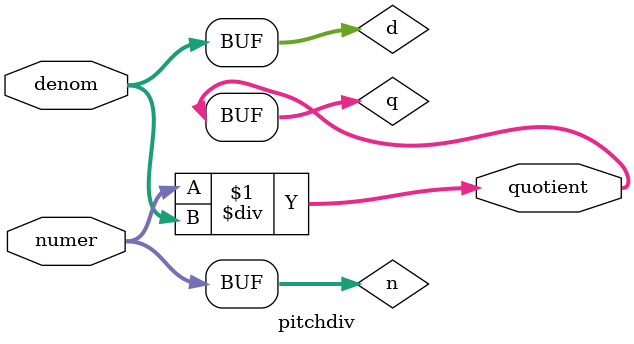
<source format=v>
module pitchdiv
(
input  wire [7:0]denom ,
input  wire [24:0]numer ,
output wire signed [24:0] quotient
);

wire signed [7:0]d = denom;
wire signed [24:0]n = numer;
wire signed [24:0]q;
assign q = n / d;
assign quotient = q;

endmodule

</source>
